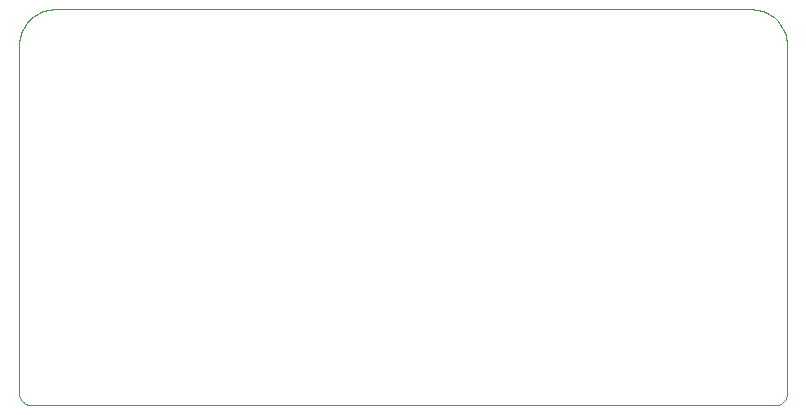
<source format=gko>
G75*
G70*
%OFA0B0*%
%FSLAX24Y24*%
%IPPOS*%
%LPD*%
%AMOC8*
5,1,8,0,0,1.08239X$1,22.5*
%
%ADD10C,0.0000*%
D10*
X000996Y001587D02*
X025799Y001587D01*
X025799Y001586D02*
X025838Y001588D01*
X025876Y001594D01*
X025913Y001603D01*
X025950Y001616D01*
X025985Y001633D01*
X026018Y001652D01*
X026049Y001675D01*
X026078Y001701D01*
X026104Y001730D01*
X026127Y001761D01*
X026146Y001794D01*
X026163Y001829D01*
X026176Y001866D01*
X026185Y001903D01*
X026191Y001941D01*
X026193Y001980D01*
X026192Y001980D02*
X026192Y013595D01*
X026190Y013661D01*
X026185Y013727D01*
X026175Y013793D01*
X026162Y013858D01*
X026146Y013922D01*
X026126Y013985D01*
X026102Y014047D01*
X026075Y014107D01*
X026045Y014166D01*
X026011Y014223D01*
X025974Y014278D01*
X025934Y014331D01*
X025892Y014382D01*
X025846Y014430D01*
X025798Y014476D01*
X025747Y014518D01*
X025694Y014558D01*
X025639Y014595D01*
X025582Y014629D01*
X025523Y014659D01*
X025463Y014686D01*
X025401Y014710D01*
X025338Y014730D01*
X025274Y014746D01*
X025209Y014759D01*
X025143Y014769D01*
X025077Y014774D01*
X025011Y014776D01*
X001783Y014776D01*
X001717Y014774D01*
X001651Y014769D01*
X001585Y014759D01*
X001520Y014746D01*
X001456Y014730D01*
X001393Y014710D01*
X001331Y014686D01*
X001271Y014659D01*
X001212Y014629D01*
X001155Y014595D01*
X001100Y014558D01*
X001047Y014518D01*
X000996Y014476D01*
X000948Y014430D01*
X000902Y014382D01*
X000860Y014331D01*
X000820Y014278D01*
X000783Y014223D01*
X000749Y014166D01*
X000719Y014107D01*
X000692Y014047D01*
X000668Y013985D01*
X000648Y013922D01*
X000632Y013858D01*
X000619Y013793D01*
X000609Y013727D01*
X000604Y013661D01*
X000602Y013595D01*
X000602Y001980D01*
X000604Y001941D01*
X000610Y001903D01*
X000619Y001866D01*
X000632Y001829D01*
X000649Y001794D01*
X000668Y001761D01*
X000691Y001730D01*
X000717Y001701D01*
X000746Y001675D01*
X000777Y001652D01*
X000810Y001633D01*
X000845Y001616D01*
X000882Y001603D01*
X000919Y001594D01*
X000957Y001588D01*
X000996Y001586D01*
M02*

</source>
